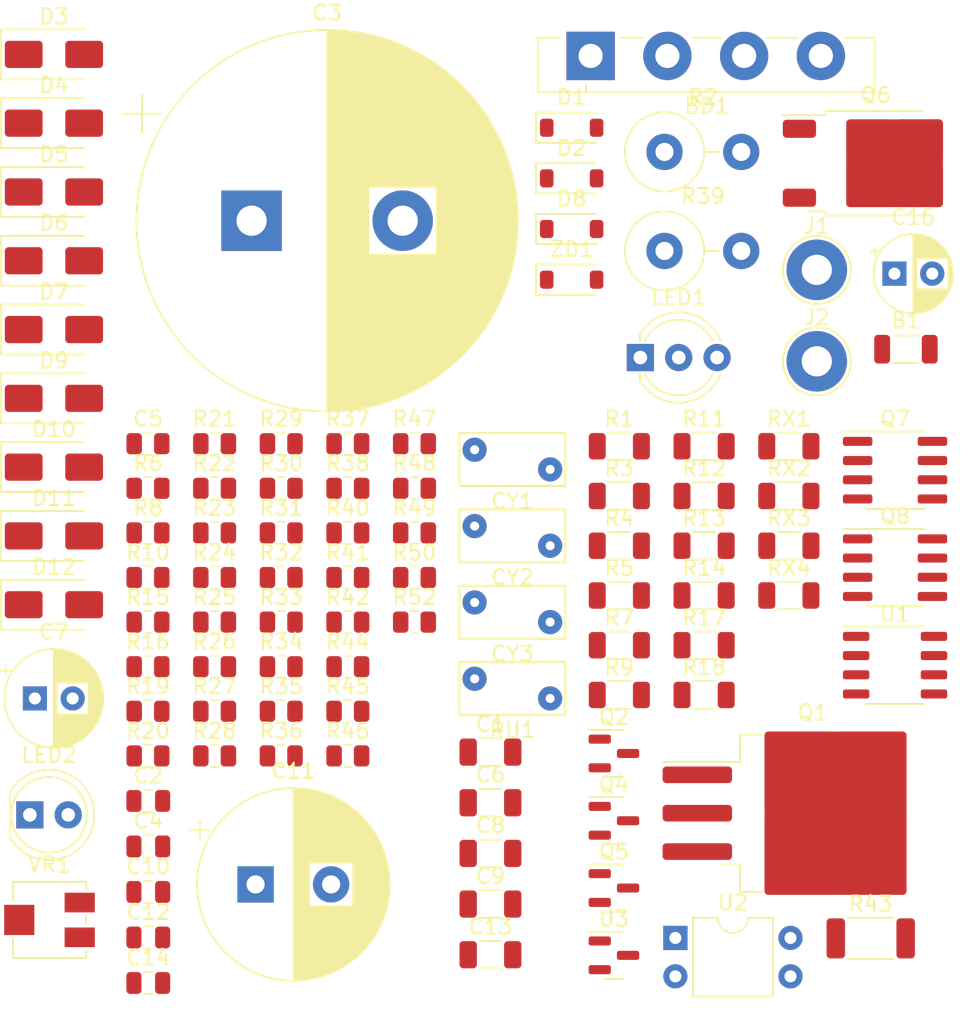
<source format=kicad_pcb>
(kicad_pcb (version 20221018) (generator pcbnew)
  (layers (0 "F.Cu" signal) (31 "B.Cu" signal) (34 "B.Paste" user) (35 "F.Paste" user) (36 "B.SilkS" user "B.Silkscreen") (37 "F.SilkS" user "F.Silkscreen") (38 "B.Mask" user) (39 "F.Mask" user) (44 "Edge.Cuts" user))
  (net 0 "")
  (net 1 "Net-(R19-Pad2)")
  (net 2 "Net-(U3-K)")
  (net 3 "Net-(B1-Pad1)")
  (net 4 "Net-(Q1-S)")
  (net 5 "/V_{FB} 2,48V")
  (net 6 "Net-(D10-A)")
  (net 7 "Net-(C10-Pad1)")
  (net 8 "Net-(J2-Pin_1)")
  (net 9 "Net-(D7-A)")
  (net 10 "Net-(C13-Pad1)")
  (net 11 "Net-(D10-K)")
  (net 12 "Net-(Q6-G)")
  (net 13 "Net-(D8-K)")
  (net 14 "Net-(BD1-+)")
  (net 15 "Net-(D12-A)")
  (net 16 "Net-(LED1-A1)")
  (net 17 "Net-(LED1-A2)")
  (net 18 "Net-(LED2-A)")
  (net 19 "Net-(Q4-C)")
  (net 20 "Net-(Q4-B)")
  (net 21 "Net-(Q5-C)")
  (net 22 "Net-(Q5-B)")
  (net 23 "Net-(Q6-S)")
  (net 24 "Net-(Q7-S-Pad1)")
  (net 25 "Net-(Q7-G)")
  (net 26 "Net-(Q8-D-Pad5)")
  (net 27 "Net-(R21-Pad1)")
  (net 28 "Net-(R25-Pad1)")
  (net 29 "Net-(R26-Pad1)")
  (net 30 "Net-(R30-Pad2)")
  (net 31 "Net-(U1B--)")
  (net 32 "Net-(U1B-+)")
  (net 33 "Net-(U1A-+)")
  (net 34 "Net-(R42-Pad2)")
  (net 35 "Net-(BD1-Pad2)")
  (net 36 "Net-(BD1-Pad3)")
  (net 37 "/GND")
  (net 38 "/VCC")
  (net 39 "/Isense")
  (net 40 "/PRI1+")
  (net 41 "/FB")
  (net 42 "/BP")
  (net 43 "Net-(D2-A)")
  (net 44 "Net-(D4-K)")
  (net 45 "/PRI1-")
  (net 46 "Net-(C9-Pad2)")
  (net 47 "Net-(CY1-Pad1)")
  (net 48 "Net-(CN1-EARTH)")
  (net 49 "Net-(D1-K)")
  (net 50 "Net-(D1-A)")
  (net 51 "Net-(D2-K)")
  (net 52 "/SEC1+")
  (net 53 "Net-(D12-K)")
  (net 54 "Net-(Q2-C)")
  (net 55 "/Gate")
  (net 56 "/OC+")
  (net 57 "Net-(R11-Pad2)")
  (net 58 "Net-(R13-Pad1)")
  (net 59 "/23.7mV")
  (net 60 "Net-(CX1-Pad1)")
  (net 61 "Net-(CN1-AC_N)")
  (net 62 "Net-(RX1-Pad1)")
  (net 63 "Net-(RX3-Pad1)")
  (footprint "Resistor_SMD:R_0805_2012Metric" (layer "F.Cu") (at 111.0675 109.85)
    (fp_text reference "R36" (at 0 -1.65) (layer "F.SilkS"))
    (fp_text value "~")
    (pad "1" smd roundrect (at -0.9125 0) (size 1.025 1.4) (layers "F.Cu" "F.Paste" "F.Mask") (roundrect_rratio 0.243902) (net 19 "Net-(Q4-C)"))
    (pad "2" smd roundrect (at 0.9125 0) (size 1.025 1.4) (layers "F.Cu" "F.Paste" "F.Mask") (roundrect_rratio 0.243902) (net 12 "Net-(Q6-G)"))
  )
  (footprint "Resistor_SMD:R_0805_2012Metric" (layer "F.Cu") (at 106.6575 98.05)
    (fp_text reference "R24" (at 0 -1.65) (layer "F.SilkS"))
    (fp_text value "150k")
    (pad "1" smd roundrect (at -0.9125 0) (size 1.025 1.4) (layers "F.Cu" "F.Paste" "F.Mask") (roundrect_rratio 0.243902) (net 19 "Net-(Q4-C)"))
    (pad "2" smd roundrect (at 0.9125 0) (size 1.025 1.4) (layers "F.Cu" "F.Paste" "F.Mask") (roundrect_rratio 0.243902) (net 5 "/V_{FB} 2,48V"))
  )
  (footprint "Resistor_THT:R_Axial_DIN0516_L15.5mm_D5.0mm_P5.08mm_Vertical" (layer "F.Cu") (at 136.4375 76.45)
    (fp_text reference "R39" (at 2.54 -3.62) (layer "F.SilkS"))
    (fp_text value "0R1")
    (pad "1" thru_hole circle (at 0 0) (size 2.4 2.4) (drill 1.2) (layers "*.Cu" "*.Mask") (net 6 "Net-(D10-A)"))
    (pad "2" thru_hole oval (at 5.08 0) (size 2.4 2.4) (drill 1.2) (layers "*.Cu" "*.Mask") (net 26 "Net-(Q8-D-Pad5)"))
  )
  (footprint "Diode_SMD:D_SMA" (layer "F.Cu") (at 96.0225 72.55)
    (fp_text reference "D5" (at 0 -2.5) (layer "F.SilkS"))
    (fp_text value "SS320B")
    (pad "1" smd roundrect (at -2 0) (size 2.5 1.8) (layers "F.Cu" "F.Paste" "F.Mask") (roundrect_rratio 0.1388888889) (net 11 "Net-(D10-K)"))
    (pad "2" smd roundrect (at 2 0) (size 2.5 1.8) (layers "F.Cu" "F.Paste" "F.Mask") (roundrect_rratio 0.1388888889) (net 6 "Net-(D10-A)"))
  )
  (footprint "Resistor_SMD:R_0805_2012Metric" (layer "F.Cu") (at 102.2475 106.9)
    (fp_text reference "R19" (at 0 -1.65) (layer "F.SilkS"))
    (fp_text value "4k7")
    (pad "1" smd roundrect (at -0.9125 0) (size 1.025 1.4) (layers "F.Cu" "F.Paste" "F.Mask") (roundrect_rratio 0.243902) (net 12 "Net-(Q6-G)"))
    (pad "2" smd roundrect (at 0.9125 0) (size 1.025 1.4) (layers "F.Cu" "F.Paste" "F.Mask") (roundrect_rratio 0.243902) (net 1 "Net-(R19-Pad2)"))
  )
  (footprint "Resistor_SMD:R_0805_2012Metric" (layer "F.Cu") (at 119.8875 98.05)
    (fp_text reference "R50" (at 0 -1.65) (layer "F.SilkS"))
    (fp_text value "220k")
    (pad "1" smd roundrect (at -0.9125 0) (size 1.025 1.4) (layers "F.Cu" "F.Paste" "F.Mask") (roundrect_rratio 0.243902) (net 38 "/VCC"))
    (pad "2" smd roundrect (at 0.9125 0) (size 1.025 1.4) (layers "F.Cu" "F.Paste" "F.Mask") (roundrect_rratio 0.243902) (net 41 "/FB"))
  )
  (footprint "Resistor_SMD:R_0805_2012Metric" (layer "F.Cu") (at 106.6575 89.2)
    (fp_text reference "R21" (at 0 -1.65) (layer "F.SilkS"))
    (fp_text value "9k1")
    (pad "1" smd roundrect (at -0.9125 0) (size 1.025 1.4) (layers "F.Cu" "F.Paste" "F.Mask") (roundrect_rratio 0.243902) (net 27 "Net-(R21-Pad1)"))
    (pad "2" smd roundrect (at 0.9125 0) (size 1.025 1.4) (layers "F.Cu" "F.Paste" "F.Mask") (roundrect_rratio 0.243902) (net 6 "Net-(D10-A)"))
  )
  (footprint "Resistor_SMD:R_0805_2012Metric" (layer "F.Cu") (at 106.6575 106.9)
    (fp_text reference "R27" (at 0 -1.65) (layer "F.SilkS"))
    (fp_text value "51R")
    (pad "1" smd roundrect (at -0.9125 0) (size 1.025 1.4) (layers "F.Cu" "F.Paste" "F.Mask") (roundrect_rratio 0.243902) (net 29 "Net-(R26-Pad1)"))
    (pad "2" smd roundrect (at 0.9125 0) (size 1.025 1.4) (layers "F.Cu" "F.Paste" "F.Mask") (roundrect_rratio 0.243902) (net 10 "Net-(C13-Pad1)"))
  )
  (footprint "Resistor_SMD:R_1206_3216Metric" (layer "F.Cu") (at 139.0575 105.82)
    (fp_text reference "R18" (at 0 -1.82) (layer "F.SilkS"))
    (fp_text value "470k")
    (pad "1" smd roundrect (at -1.4625 0) (size 1.125 1.75) (layers "F.Cu" "F.Paste" "F.Mask") (roundrect_rratio 0.222222) (net 57 "Net-(R11-Pad2)"))
    (pad "2" smd roundrect (at 1.4625 0) (size 1.125 1.75) (layers "F.Cu" "F.Paste" "F.Mask") (roundrect_rratio 0.222222) (net 38 "/VCC"))
  )
  (footprint "Capacitor_THT:CP_Radial_D5.0mm_P2.50mm" (layer "F.Cu") (at 151.657275 77.95)
    (fp_text reference "C16" (at 1.25 -3.75) (layer "F.SilkS"))
    (fp_text value "10µF")
    (pad "1" thru_hole rect (at 0 0) (size 1.6 1.6) (drill 0.8) (layers "*.Cu" "*.Mask") (net 8 "Net-(J2-Pin_1)"))
    (pad "2" thru_hole circle (at 2.5 0) (size 1.6 1.6) (drill 0.8) (layers "*.Cu" "*.Mask") (net 9 "Net-(D7-A)"))
  )
  (footprint "Resistor_SMD:R_0805_2012Metric" (layer "F.Cu") (at 115.4775 95.1)
    (fp_text reference "R40" (at 0 -1.65) (layer "F.SilkS"))
    (fp_text value "68k")
    (pad "1" smd roundrect (at -0.9125 0) (size 1.025 1.4) (layers "F.Cu" "F.Paste" "F.Mask") (roundrect_rratio 0.243902) (net 32 "Net-(U1B-+)"))
    (pad "2" smd roundrect (at 0.9125 0) (size 1.025 1.4) (layers "F.Cu" "F.Paste" "F.Mask") (roundrect_rratio 0.243902) (net 12 "Net-(Q6-G)"))
  )
  (footprint "Resistor_SMD:R_0805_2012Metric" (layer "F.Cu") (at 102.2475 101)
    (fp_text reference "R15" (at 0 -1.65) (layer "F.SilkS"))
    (fp_text value "20k")
    (pad "1" smd roundrect (at -0.9125 0) (size 1.025 1.4) (layers "F.Cu" "F.Paste" "F.Mask") (roundrect_rratio 0.243902) (net 52 "/SEC1+"))
    (pad "2" smd roundrect (at 0.9125 0) (size 1.025 1.4) (layers "F.Cu" "F.Paste" "F.Mask") (roundrect_rratio 0.243902) (net 41 "/FB"))
  )
  (footprint "Capacitor_THT:CP_Radial_D25.0mm_P10.00mm_SnapIn" (layer "F.Cu") (at 109.106759 74.45)
    (fp_text reference "C3" (at 5 -13.75) (layer "F.SilkS"))
    (fp_text value "180µF")
    (pad "1" thru_hole rect (at 0 0) (size 4 4) (drill 2) (layers "*.Cu" "*.Mask") (net 40 "/PRI1+"))
    (pad "2" thru_hole circle (at 10 0) (size 4 4) (drill 2) (layers "*.Cu" "*.Mask") (net 37 "/GND"))
  )
  (footprint "Resistor_SMD:R_1206_3216Metric" (layer "F.Cu") (at 139.0575 92.66)
    (fp_text reference "R12" (at 0 -1.82) (layer "F.SilkS"))
    (fp_text value "100R")
    (pad "1" smd roundrect (at -1.4625 0) (size 1.125 1.75) (layers "F.Cu" "F.Paste" "F.Mask") (roundrect_rratio 0.222222) (net 44 "Net-(D4-K)"))
    (pad "2" smd roundrect (at 1.4625 0) (size 1.125 1.75) (layers "F.Cu" "F.Paste" "F.Mask") (roundrect_rratio 0.222222) (net 46 "Net-(C9-Pad2)"))
  )
  (footprint "Resistor_SMD:R_0805_2012Metric" (layer "F.Cu") (at 111.0675 106.9)
    (fp_text reference "R35" (at 0 -1.65) (layer "F.SilkS"))
    (fp_text value "4k7")
    (pad "1" smd roundrect (at -0.9125 0) (size 1.025 1.4) (layers "F.Cu" "F.Paste" "F.Mask") (roundrect_rratio 0.243902) (net 19 "Net-(Q4-C)"))
    (pad "2" smd roundrect (at 0.9125 0) (size 1.025 1.4) (layers "F.Cu" "F.Paste" "F.Mask") (roundrect_rratio 0.243902) (net 12 "Net-(Q6-G)"))
  )
  (footprint "Capacitor_SMD:C_1206_3216Metric" (layer "F.Cu") (at 124.9175 123)
    (fp_text reference "C13" (at 0 -1.85) (layer "F.SilkS"))
    (fp_text value "~")
    (pad "1" smd roundrect (at -1.475 0) (size 1.15 1.8) (layers "F.Cu" "F.Paste" "F.Mask") (roundrect_rratio 0.217391) (net 10 "Net-(C13-Pad1)"))
    (pad "2" smd roundrect (at 1.475 0) (size 1.15 1.8) (layers "F.Cu" "F.Paste" "F.Mask") (roundrect_rratio 0.217391) (net 11 "Net-(D10-K)"))
  )
  (footprint "Diode_SMD:D_SMA" (layer "F.Cu") (at 96.0225 90.75)
    (fp_text reference "D10" (at 0 -2.5) (layer "F.SilkS"))
    (fp_text value "SS320B")
    (pad "1" smd roundrect (at -2 0) (size 2.5 1.8) (layers "F.Cu" "F.Paste" "F.Mask") (roundrect_rratio 0.1388888889) (net 11 "Net-(D10-K)"))
    (pad "2" smd roundrect (at 2 0) (size 2.5 1.8) (layers "F.Cu" "F.Paste" "F.Mask") (roundrect_rratio 0.1388888889) (net 6 "Net-(D10-A)"))
  )
  (footprint "Varistor:RV_Disc_D7mm_W3.5mm_P5mm" (layer "F.Cu") (at 123.8675 99.7)
    (fp_text reference "CY3" (at 2.5 3.4) (layer "F.SilkS"))
    (fp_text value "Varistor")
    (pad "1" thru_hole circle (at 0 0) (size 1.6 1.6) (drill 0.6) (layers "*.Cu" "*.Mask") (net 14 "Net-(BD1-+)"))
    (pad "2" thru_hole circle (at 5 1.3) (size 1.6 1.6) (drill 0.6) (layers "*.Cu" "*.Mask") (net 48 "Net-(CN1-EARTH)"))
  )
  (footprint "Resistor_SMD:R_1206_3216Metric" (layer "F.Cu") (at 144.6675 89.37)
    (fp_text reference "RX1" (at 0 -1.82) (layer "F.SilkS"))
    (fp_text value "470k")
    (pad "1" smd roundrect (at -1.4625 0) (size 1.125 1.75) (layers "F.Cu" "F.Paste" "F.Mask") (roundrect_rratio 0.222222) (net 62 "Net-(RX1-Pad1)"))
    (pad "2" smd roundrect (at 1.4625 0) (size 1.125 1.75) (layers "F.Cu" "F.Paste" "F.Mask") (roundrect_rratio 0.222222) (net 61 "Net-(CN1-AC_N)"))
  )
  (footprint "Diode_SMD:D_SMA" (layer "F.Cu") (at 96.0225 95.3)
    (fp_text reference "D11" (at 0 -2.5) (layer "F.SilkS"))
    (fp_text value "SS320B")
    (pad "1" smd roundrect (at -2 0) (size 2.5 1.8) (layers "F.Cu" "F.Paste" "F.Mask") (roundrect_rratio 0.1388888889) (net 11 "Net-(D10-K)"))
    (pad "2" smd roundrect (at 2 0) (size 2.5 1.8) (layers "F.Cu" "F.Paste" "F.Mask") (roundrect_rratio 0.1388888889) (net 6 "Net-(D10-A)"))
  )
  (footprint "Resistor_SMD:R_0805_2012Metric" (layer "F.Cu") (at 102.2475 98.05)
    (fp_text reference "R10" (at 0 -1.65) (layer "F.SilkS"))
    (fp_text value "91k")
    (pad "1" smd roundrect (at -0.9125 0) (size 1.025 1.4) (layers "F.Cu" "F.Paste" "F.Mask") (roundrect_rratio 0.243902) (net 43 "Net-(D2-A)"))
    (pad "2" smd roundrect (at 0.9125 0) (size 1.025 1.4) (layers "F.Cu" "F.Paste" "F.Mask") (roundrect_rratio 0.243902) (net 56 "/OC+"))
  )
  (footprint "Capacitor_SMD:C_1206_3216Metric" (layer "F.Cu") (at 124.9175 109.6)
    (fp_text reference "C1" (at 0 -1.85) (layer "F.SilkS"))
    (fp_text value "~")
    (pad "1" smd roundrect (at -1.475 0) (size 1.15 1.8) (layers "F.Cu" "F.Paste" "F.Mask") (roundrect_rratio 0.217391) (net 38 "/VCC"))
    (pad "2" smd roundrect (at 1.475 0) (size 1.15 1.8) (layers "F.Cu" "F.Paste" "F.Mask") (roundrect_rratio 0.217391) (net 37 "/GND"))
  )
  (footprint "Package_DIP:DIP-4_W7.62mm" (layer "F.Cu") (at 137.1575 121.89)
    (fp_text reference "U2" (at 3.81 -2.33) (layer "F.SilkS"))
    (fp_text value "BL817C")
    (pad "1" thru_hole rect (at 0 0) (size 1.6 1.6) (drill 0.8) (layers "*.Cu" "*.Mask") (net 1 "Net-(R19-Pad2)"))
    (pad "2" thru_hole oval (at 0 2.54) (size 1.6 1.6) (drill 0.8) (layers "*.Cu" "*.Mask") (net 2 "Net-(U3-K)"))
    (pad "3" thru_hole oval (at 7.62 2.54) (size 1.6 1.6) (drill 0.8) (layers "*.Cu" "*.Mask") (net 41 "/FB"))
    (pad "4" thru_hole oval (at 7.62 0) (size 1.6 1.6) (drill 0.8) (layers "*.Cu" "*.Mask") (net 56 "/OC+"))
  )
  (footprint "Resistor_SMD:R_2010_5025Metric" (layer "F.Cu") (at 150.0875 121.92)
    (fp_text reference "R43" (at 0 -2.28) (layer "F.SilkS"))
    (fp_text value "220R")
    (pad "1" smd roundrect (at -2.3125 0) (size 1.225 2.65) (layers "F.Cu" "F.Paste" "F.Mask") (roundrect_rratio 0.204082) (net 23 "Net-(Q6-S)"))
    (pad "2" smd roundrect (at 2.3125 0) (size 1.225 2.65) (layers "F.Cu" "F.Paste" "F.Mask") (roundrect_rratio 0.204082) (net 34 "Net-(R42-Pad2)"))
  )
  (footprint "Capacitor_SMD:C_1206_3216Metric" (layer "F.Cu") (at 124.9175 119.65)
    (fp_text reference "C9" (at 0 -1.85) (layer "F.SilkS"))
    (fp_text value "~")
    (pad "1" smd roundrect (at -1.475 0) (size 1.15 1.8) (layers "F.Cu" "F.Paste" "F.Mask") (roundrect_rratio 0.217391) (net 40 "/PRI1+"))
    (pad "2" smd roundrect (at 1.475 0) (size 1.15 1.8) (layers "F.Cu" "F.Paste" "F.Mask") (roundrect_rratio 0.217391) (net 46 "Net-(C9-Pad2)"))
  )
  (footprint "Resistor_SMD:R_1206_3216Metric" (layer "F.Cu") (at 133.4475 95.95)
    (fp_text reference "R4" (at 0 -1.82) (layer "F.SilkS"))
    (fp_text value "~")
    (pad "1" smd roundrect (at -1.4625 0) (size 1.125 1.75) (layers "F.Cu" "F.Paste" "F.Mask") (roundrect_rratio 0.222222) (net 37 "/GND"))
    (pad "2" smd roundrect (at 1.4625 0) (size 1.125 1.75) (layers "F.Cu" "F.Paste" "F.Mask") (roundrect_rratio 0.222222) (net 3 "Net-(B1-Pad1)"))
  )
  (footprint "Resistor_SMD:R_1206_3216Metric" (layer "F.Cu") (at 139.0575 95.95)
    (fp_text reference "R13" (at 0 -1.82) (layer "F.SilkS"))
    (fp_text value "?23")
    (pad "1" smd roundrect (at -1.4625 0) (size 1.125 1.75) (layers "F.Cu" "F.Paste" "F.Mask") (roundrect_rratio 0.222222) (net 58 "Net-(R13-Pad1)"))
    (pad "2" smd roundrect (at 1.4625 0) (size 1.125 1.75) (layers "F.Cu" "F.Paste" "F.Mask") (roundrect_rratio 0.222222) (net 40 "/PRI1+"))
  )
  (footprint "Resistor_SMD:R_0805_2012Metric" (layer "F.Cu") (at 102.2475 95.1)
    (fp_text reference "R8" (at 0 -1.65) (layer "F.SilkS"))
    (fp_text value "2k2")
    (pad "1" smd roundrect (at -0.9125 0) (size 1.025 1.4) (layers "F.Cu" "F.Paste" "F.Mask") (roundrect_rratio 0.243902) (net 41 "/FB"))
    (pad "2" smd roundrect (at 0.9125 0) (size 1.025 1.4) (layers "F.Cu" "F.Paste" "F.Mask") (roundrect_rratio 0.243902) (net 37 "/GND"))
  )
  (footprint "Resistor_SMD:R_1206_3216Metric" (layer "F.Cu") (at 133.4475 102.53)
    (fp_text reference "R7" (at 0 -1.82) (layer "F.SilkS"))
    (fp_text value "1k")
    (pad "1" smd roundrect (at -1.4625 0) (size 1.125 1.75) (layers "F.Cu" "F.Paste" "F.Mask") (roundrect_rratio 0.222222) (net 55 "/Gate"))
    (pad "2" smd roundrect (at 1.4625 0) (size 1.125 1.75) (layers "F.Cu" "F.Paste" "F.Mask") (roundrect_rratio 0.222222) (net 50 "Net-(D1-A)"))
  )
  (footprint "Resistor_SMD:R_1206_3216Metric" (layer "F.Cu") (at 144.6675 99.24)
    (fp_text reference "RX4" (at 0 -1.82) (layer "F.SilkS"))
    (fp_text value "470k")
    (pad "1" smd roundrect (at -1.4625 0) (size 1.125 1.75) (layers "F.Cu" "F.Paste" "F.Mask") (roundrect_rratio 0.222222) (net 60 "Net-(CX1-Pad1)"))
    (pad "2" smd roundrect (at 1.4625 0) (size 1.125 1.75) (layers "F.Cu" "F.Paste" "F.Mask") (roundrect_rratio 0.222222) (net 63 "Net-(RX3-Pad1)"))
  )
  (footprint "Resistor_SMD:R_1206_3216Metric" (layer "F.Cu") (at 133.4475 89.37)
    (fp_text reference "R1" (at 0 -1.82) (layer "F.SilkS"))
    (fp_text value "300R")
    (pad "1" smd roundrect (at -1.4625 0) (size 1.125 1.75) (layers "F.Cu" "F.Paste" "F.Mask") (roundrect_rratio 0.222222) (net 54 "Net-(Q2-C)"))
    (pad "2" smd roundrect (at 1.4625 0) (size 1.125 1.75) (layers "F.Cu" "F.Paste" "F.Mask") (roundrect_rratio 0.222222) (net 37 "/GND"))
  )
  (footprint "Package_TO_SOT_SMD:SOT-23" (layer "F.Cu") (at 133.0875 123.04)
    (fp_text reference "U3" (at 0 -2.4) (layer "F.SilkS"))
    (fp_text value "AZ431AN-ATR")
    (pad "1" smd roundrect (at -0.9375 -0.95) (size 1.475 0.6) (layers "F.Cu" "F.Paste" "F.Mask") (net 2 "Net-(U3-K)"))
    (pad "2" smd roundrect (at -0.9375 0.95) (size 1.475 0.6) (layers "F.Cu" "F.Paste" "F.Mask") (net 5 "/V_{FB} 2,48V"))
    (pad "3" smd roundrect (at 0.9375 0) (size 1.475 0.6) (layers "F.Cu" "F.Paste" "F.Mask") (net 6 "Net-(D10-A)"))
  )
  (footprint "Capacitor_THT:CP_Radial_D6.3mm_P2.50mm" (layer "F.Cu") (at 94.762741 106.05)
    (fp_text reference "C7" (at 1.25 -4.4) (layer "F.SilkS"))
    (fp_text value "47µF")
    (pad "1" thru_hole rect (at 0 0) (size 1.6 1.6) (drill 0.8) (layers "*.Cu" "*.Mask") (net 43 "Net-(D2-A)"))
    (pad "2" thru_hole circle (at 2.5 0) (size 1.6 1.6) (drill 0.8) (layers "*.Cu" "*.Mask") (net 37 "/GND"))
  )
  (footprint "Resistor_THT:R_Axial_DIN0516_L15.5mm_D5.0mm_P5.08mm_Vertical" (layer "F.Cu") (at 136.4375 69.9)
    (fp_text reference "R2" (at 2.54 -3.62) (layer "F.SilkS"))
    (fp_text value "0R33")
    (pad "1" thru_hole circle (at 0 0) (size 2.4 2.4) (drill 1.2) (layers "*.Cu" "*.Mask") (net 37 "/GND"))
    (pad "2" thru_hole oval (at 5.08 0) (size 2.4 2.4) (drill 1.2) (layers "*.Cu" "*.Mask") (net 3 "Net-(B1-Pad1)"))
  )
  (footprint "LED_THT:LED_D5.0mm-3" (layer "F.Cu") (at 134.8375 83.5)
    (fp_text reference "LED1" (at 2.54 -3.96) (layer "F.SilkS"))
    (fp_text value "1:RED 3:GRN")
    (pad "1" thru_hole rect (at 0 0) (size 1.8 1.8) (drill 0.9) (layers "*.Cu" "*.Mask") (net 16 "Net-(LED1-A1)"))
    (pad "2" thru_hole circle (at 2.54 0) (size 1.8 1.8) (drill 0.9) (layers "*.Cu" "*.Mask") (net 6 "Net-(D10-A)"))
    (pad "3" thru_hole circle (at 5.08 0) (size 1.8 1.8) (drill 0.9) (layers "*.Cu" "*.Mask") (net 17 "Net-(LED1-A2)"))
  )
  (footprint "Diode_SMD:D_SOD-123" (layer "F.Cu") (at 130.2925 68.3)
    (fp_text reference "D1" (at 0 -2) (layer "F.SilkS"))
    (fp_text value "?")
    (pad "1" smd roundrect (at -1.65 0) (size 0.9 1.2) (layers "F.Cu" "F.Paste" "F.Mask") (net 49 "Net-(D1-K)"))
    (pad "2" smd roundrect (at 1.65 0) (size 0.9 1.2) (layers "F.Cu" "F.Paste" "F.Mask") (net 50 "Net-(D1-A)"))
  )
  (footprint "LED_THT:LED_D5.0mm_Clear" (layer "F.Cu") (at 94.4275 113.75)
    (fp_text reference "LED2" (at 1.27 -3.96) (layer "F.SilkS"))
    (fp_text value "RED")
    (pad "1" thru_hole rect (at 0 0) (size 1.8 1.8) (drill 0.9) (layers "*.Cu" "*.Mask") (net 9 "Net-(D7-A)"))
    (pad "2" thru_hole circle (at 2.54 0) (size 1.8 1.8) (drill 0.9) (layers "*.Cu" "*.Mask") (net 18 "Net-(LED2-A)"))
  )
  (footprint "Varistor:RV_Disc_D7mm_W3.5mm_P5mm" (layer "F.Cu") (at 123.8675 104.75)
    (fp_text reference "RU1" (at 2.5 3.4) (layer "F.SilkS"))
    (fp_text value "Varistor")
    (pad "1" thru_hole circle (at 0 0) (size 1.6 1.6) (drill 0.6) (layers "*.Cu" "*.Mask") (net 60 "Net-(CX1-Pad1)"))
    (pad "2" thru_hole circle (at 5 1.3) (size 1.6 1.6) (drill 0.6) (layers "*.Cu" "*.Mask") (net 61 "Net-(CN1-AC_N)"))
  )
  (footprint "Resistor_SMD:R_0805_2012Metric" (layer "F.Cu") (at 106.6575 109.85)
    (fp_text reference "R28" (at 0 -1.65) (layer "F.SilkS"))
    (fp_text value "20k")
    (pad "1" smd roundrect (at -0.9125 0) (size 1.025 1.4) (layers "F.Cu" "F.Paste" "F.Mask") (roundrect_rratio 0.243902) (net 28 "Net-(R25-Pad1)"))
    (pad "2" smd roundrect (at 0.9125 0) (size 1.025 1.4) (layers "F.Cu" "F.Paste" "F.Mask") (roundrect_rratio 0.243902) (net 13 "Net-(D8-K)"))
  )
  (footprint "Resistor_SMD:R_0805_2012Metric" (layer "F.Cu") (at 102.2475 109.85)
    (fp_text reference "R20" (at 0 -1.65) (layer "F.SilkS"))
    (fp_text value "4k7")
    (pad "1" smd roundrect (at -0.9125 0) (size 1.025 1.4) (layers "F.Cu" "F.Paste" "F.Mask") (roundrect_rratio 0.243902) (net 2 "Net-(U3-K)"))
    (pad "2" smd roundrect (at 0.9125 0) (size 1.025 1.4) (layers "F.Cu" "F.Paste" "F.Mask") (roundrect_rratio 0.243902) (net 7 "Net-(C10-Pad1)"))
  )
  (footprint "Diode_SMD:D_SMA" (layer "F.Cu") (at 96.0225 68)
    (fp_text reference "D4" (at 0 -2.5) (layer "F.SilkS"))
    (fp_text value "M7")
    (pad "1" smd roundrect (at -2 0) (size 2.5 1.8) (layers "F.Cu" "F.Paste" "F.Mask") (roundrect_rratio 0.1388888889) (net 44 "Net-(D4-K)"))
    (pad "2" smd roundrect (at 2 0) (size 2.5 1.8) (layers "F.Cu" "F.Paste" "F.Mask") (roundrect_rratio 0.1388888889) (net 45 "/PRI1-"))
  )
  (footprint "Resistor_SMD:R_0805_2012Metric" (layer "F.Cu") (at 115.4775 98.05)
    (fp_text reference "R41" (at 0 -1.65) (layer "F.SilkS"))
    (fp_text value "91k")
    (pad "1" smd roundrect (at -0.9125 0) (size 1.025 1.4) (layers "F.Cu" "F.Paste" "F.Mask") (roundrect_rratio 0.243902) (net 22 "Net-(Q5-B)"))
    (pad "2" smd roundrect (at 0.9125 0) (size 1.025 1.4) (layers "F.Cu" "F.Paste" "F.Mask") (roundrect_rratio 0.243902) (net 53 "Net-(D12-K)"))
  )
  (footprint "Diode_SMD:D_SMA" (layer "F.Cu") (at 96.0225 63.45)
    (fp_text reference "D3" (at 0 -2.5) (layer "F.SilkS"))
    (fp_text value "M7")
    (pad "1" smd roundrect (at -2 0) (size 2.5 1.8) (layers "F.Cu" "F.Paste" "F.Mask") (roundrect_rratio 0.1388888889) (net 43 "Net-(D2-A)"))
    (pad "2" smd roundrect (at 2 0) (size 2.5 1.8) (layers "F.Cu" "F.Paste" "F.Mask") (roundrect_rratio 0.1388888889) (net 52 "/SEC1+"))
  )
  (footprint "Resistor_SMD:R_1206_3216Metric" (layer "F.Cu") (at 144.6675 92.66)
    (fp_text reference "RX2" (at 0 -1.82) (layer "F.SilkS"))
    (fp_text value "470k")
    (pad "1" smd roundrect (at -1.4625 0) (size 1.125 1.75) (layers "F.Cu" "F.Paste" "F.Mask") (roundrect_rratio 0.222222) (net 60 "Net-(CX1-Pad1)"))
    (pad "2" smd roundrect (at 1.4625 0) (size 1.125 1.75) (layers "F.Cu" "F.Paste" "F.Mask") (roundrect_rratio 0.222222) (net 62 "Net-(RX1-Pad1)"))
  )
  (footprint "Package_SO:SOIC-8_3.9x4.9mm_P1.27mm" (layer "F.Cu") (at 151.6975 97.4)
    (fp_text reference "Q8" (at 0 -3.4) (layer "F.SilkS"))
    (fp_text value "NCE1505S")
    (pad "1" smd roundrect (at -2.475 -1.905) (size 1.95 0.6) (layers "F.Cu" "F.Paste" "F.Mask") (net 24 "Net-(Q7-S-Pad1)"))
    (pad "2" smd roundrect (at -2.475 -0.635) (size 1.95 0.6) (layers "F.Cu" "F.Paste" "F.Mask") (net 24 "Net-(Q7-S-Pad1)"))
    (pad "3" smd roundrect (at -2.475 0.635) (size 1.95 0.6) (layers "F.Cu" "F.Paste" "F.Mask") (net 24 "Net-(Q7-S-Pad1)"))
    (pad "4" smd roundrect (at -2.475 1.905) (size 1.95 0.6) (layers "F.Cu" "F.Paste" "F.Mask") (net 25 "Net-(Q7-G)"))
    (pad "5" smd roundrect (at 2.475 1.905) (size 1.95 0.6) (layers "F.Cu" "F.Paste" "F.Mask") (net 26 "Net-(Q8-D-Pad5)"))
    (pad "6" smd roundrect (at 2.475 0.635) (size 1.95 0.6) (layers "F.Cu" "F.Paste" "F.Mask") (net 26 "Net-(Q8-D-Pad5)"))
    (pad "7" smd roundrect (at 2.475 -0.635) (size 1.95 0.6) (layers "F.Cu" "F.Paste" "F.Mask") (net 26 "Net-(Q8-D-Pad5)"))
    (pad "8" smd roundrect (at 2.475 -1.905) (size 1.95 0.6) (layers "F.Cu" "F.Paste" "F.Mask") (net 26 "Net-(Q8-D-Pad5)"))
  )
  (footprint "Package_TO_SOT_SMD:TO-252-2" (layer "F.Cu") (at 150.4075 70.65)
    (fp_text reference "Q6" (at 0 -4.5) (layer "F.SilkS"))
    (fp_text value "CS1N60")
    (pad "1" smd roundrect (at -5.04 -2.28) (size 2.2 1.2) (layers "F.Cu" "F.Paste" "F.Mask") (roundrect_rratio 0.208333) (net 53 "Net-(D12-K)"))
    (pad "2" smd roundrect (at -0.415 -1.525) (size 3.05 2.75) (layers "F.Cu" "F.Paste") (roundrect_rratio 0.090909) (net 12 "Net-(Q6-G)"))
    (pad "2" smd roundrect (at -0.415 1.525) (size 3.05 2.75) (layers "F.Cu" "F.Paste") (roundrect_rratio 0.090909) (net 12 "Net-(Q6-G)"))
    (pad "2" smd roundrect (at 1.26 0) (size 6.4 5.8) (layers "F.Cu" "F.Mask") (roundrect_rratio 0.043103) (net 12 "Net-(Q6-G)"))
    (pad "2" smd roundrect (at 2.935 -1.525) (size 3.05 2.75) (layers "F.Cu" "F.Paste") (roundrect_rratio 0.090909) (net 12 "Net-(Q6-G)"))
    (pad "2" smd roundrect (at 2.935 1.525) (size 3.05 2.75) (layers "F.Cu" "F.Paste") (roundrect_rratio 0.090909) (net 12 "Net-(Q6-G)"))
    (pad "3" smd roundrect (at -5.04 2.28) (size 2.2 1.2) (layers "F.Cu" "F.Paste" "F.Mask") (roundrect_rratio 0.208333) (net 23 "Net-(Q6-S)"))
  )
  (footprint "Varistor:RV_Disc_D7mm_W3.5mm_P5mm" (layer "F.Cu") (at 123.8675 94.65)
    (fp_text reference "CY2" (at 2.5 3.4) (layer "F.SilkS"))
    (fp_text value "Varistor")
    (pad "1" thru_hole circle (at 0 0) (size 1.6 1.6) (drill 0.6) (layers "*.Cu" "*.Mask") (net 40 "/PRI1+"))
    (pad "2" thru_hole circle (at 5 1.3) (size 1.6 1.6) (drill 0.6) (layers "*.Cu" "*.Mask") (net 47 "Net-(CY1-Pad1)"))
  )
  (footprint "Package_TO_SOT_SMD:SOT-23" (layer "F.Cu") (at 133.0875 118.59)
    (fp_text reference "Q5" (at 0 -2.4) (layer "F.SilkS"))
    (fp_text value "2D")
    (pad "1" smd roundrect (at -0.9375 -0.95) (size 1.475 0.6) (layers "F.Cu" "F.Paste" "F.Mask") (net 21 "Net-(Q5-C)"))
    (pad "2" smd roundrect (at -0.9375 0.95) (size 1.475 0.6) (layers "F.Cu" "F.Paste" "F.Mask") (net 22 "Net-(Q5-B)"))
    (pad "3" smd roundrect (at 0.9375 0) (size 1.475 0.6) (layers "F.Cu" "F.Paste" "F.Mask") (net 19 "Net-(Q4-C)"))
  )
  (footprint "Capacitor_SMD:C_0805_2012Metric" (layer "F.Cu") (at 102.2675 112.83)
    (fp_text reference "C2" (at 0 -1.68) (layer "F.SilkS"))
    (fp_text value "~")
    (pad "1" smd roundrect (at -0.95 0) (size 1 1.45) (layers "F.Cu" "F.Paste" "F.Mask") (net 39 "/Isense"))
    (pad "2" smd roundrect (at 0.95 0) (size 1 1.45) (layers "F.Cu" "F.Paste" "F.Mask") (net 37 "/GND"))
  )
  (footprint "TestPoint:TestPoint_THTPad_D4.0mm_Drill2.0mm" (layer "F.Cu") (at 146.5175 83.75)
    (fp_text reference "J2" (at 0 -2.898) (layer "F.SilkS"))
    (fp_text value "B+")
    (pad "1" thru_hole circle (at 0 0) (size 4 4) (drill 2) (layers "*.Cu" "*.Mask") (net 8 "Net-(J2-Pin_1)"))
  )
  (footprint "Resistor_SMD:R_1206_3216Metric" (layer "F.Cu") (at 133.4475 92.66)
    (fp_text reference "R3" (at 0 -1.82) (layer "F.SilkS"))
    (fp_text value "~")
    (pad "1" smd roundrect (at -1.4625 0) (size 1.125 1.75) (layers "F.Cu" "F.Paste" "F.Mask") (roundrect_rratio 0.222222) (net 37 "/GND"))
    (pad "2" smd roundrect (at 1.4625 0) (size 1.125 1.75) (layers "F.Cu" "F.Paste" "F.Mask") (roundrect_rratio 0.222222) (net 3 "Net-(B1-Pad1)"))
  )
  (footprint "Resistor_SMD:R_0805_2012Metric" (layer "F.Cu") (at 119.8875 101)
    (fp_text reference "R52" (at 0 -1.65) (layer "F.SilkS"))
    (fp_text value "2k2")
    (pad "1" smd roundrect (at -0.9125 0) (size 1.025 1.4) (layers "F.Cu" "F.Paste" "F.Mask") (roundrect_rratio 0.243902) (net 2 "Net-(U3-K)"))
    (pad "2" smd roundrect (at 0.9125 0) (size 1.025 1.4) (layers "F.Cu" "F.Paste" "F.Mask") (roundrect_rratio 0.243902) (net 1 "Net-(R19-Pad2)"))
  )
  (footprint "Capacitor_SMD:C_0805_2012Metric" (layer "F.Cu") (at 102.2675 124.87)
    (fp_text reference "C14" (at 0 -1.68) (layer "F.SilkS"))
    (fp_text value "~")
    (pad "1" smd roundrect (at -0.95 0) (size 1 1.45) (layers "F.Cu" "F.Paste" "F.Mask") (net 9 "Net-(D7-A)"))
    (pad "2" smd roundrect (at 0.95 0) (size 1 1.45) (layers "F.Cu" "F.Paste" "F.Mask") (net 12 "Net-(Q6-G)"))
  )
  (footprint "Package_TO_SOT_SMD:SOT-23" (layer "F.Cu") (at 133.0875 109.69)
    (fp_text reference "Q2" (at 0 -2.4) (layer "F.SilkS"))
    (fp_text value "Y21")
    (pad "1" smd roundrect (at -0.9375 -0.95) (size 1.475 0.6) (layers "F.Cu" "F.Paste" "F.Mask") (net 54 "Net-(Q2-C)"))
    (pad "2" smd roundrect (at -0.9375 0.95) (size 1.475 0.6) (layers "F.Cu" "F.Paste" "F.Mask") (net 50 "Net-(D1-A)"))
    (pad "3" smd roundrect (at 0.9375 0) (size 1.475 0.6) (layers "F.Cu" "F.Paste" "F.Mask") (net 49 "Net-(D1-K)"))
  )
  (footprint "Resistor_SMD:R_0805_2012Metric" (layer "F.Cu") (at 106.6575 95.1)
    (fp_text reference "R23" (at 0 -1.65) (layer "F.SilkS"))
    (fp_text value "2M")
    (pad "1" smd roundrect (at -0.9125 0) (size 1.025 1.4) (layers "F.Cu" "F.Paste" "F.Mask") (roundrect_rratio 0.243902) (net 5 "/V_{FB} 2,48V"))
    (pad "2" smd roundrect (at 0.9125 0) (size 1.025 1.4) (layers "F.Cu" "F.Paste" "F.Mask") (roundrect_rratio 0.243902) (net 17 "Net-(LED1-A2)"))
  )
  (footprint "Resistor_SMD:R_0805_2012Metric" (layer "F.Cu") (at 111.0675 89.2)
    (fp_text reference "R29" (at 0 -1.65) (layer "F.SilkS"))
    (fp_text value "20k")
    (pad "1" smd roundrect (at -0.9125 0) (size 1.025 1.4) (layers "F.Cu" "F.Paste" "F.Mask") (roundrect_rratio 0.243902) (net 20 "Net-(Q4-B)"))
    (pad "2" smd roundrect (at 0.9125 0) (size 1.025 1.4) (layers "F.Cu" "F.Paste" "F.Mask") (roundrect_rratio 0.243902) (net 28 "Net-(R25-Pad1)"))
  )
  (footprint "Resistor_SMD:R_0805_2012Metric" (layer "F.Cu") (at 119.8875 92.15)
    (fp_text reference "R48" (at 0 -1.65) (layer "F.SilkS"))
    (fp_text value "240R")
    (pad "1" smd roundrect (at -0.9125 0) (size 1.025 1.4) (layers "F.Cu" "F.Paste" "F.Mask") (roundrect_rratio 0.243902) (net 6 "Net-(D10-A)"))
    (pad "2" smd roundrect (at 0.9125 0) (size 1.025 1.4) (layers "F.Cu" "F.Paste" "F.Mask") (roundrect_rratio 0.243902) (net 59 "/23.7mV"))
  )
  (footprint "Diode_SMD:D_SOD-123" (layer "F.Cu") (at 130.2925 78.35)
    (fp_text reference "ZD1" (at 0 -2) (layer "F.SilkS"))
    (fp_text value "WJ")
    (pad "1" smd roundrect (at -1.65 0) (size 0.9 1.2) (layers "F.Cu" "F.Paste" "F.Mask") (net 12 "Net-(Q6-G)"))
    (pad "2" smd roundrect (at 1.65 0) (size 0.9 1.2) (layers "F.Cu" "F.Paste" "F.Mask") (net 9 "Net-(D7-A)"))
  )
  (footprint "Resistor_SMD:R_1206_3216Metric" (layer "F.Cu") (at 139.0575 89.37)
    (fp_text reference "R11" (at 0 -1.82) (layer "F.SilkS"))
    (fp_text value "470k")
    (pad "1" smd roundrect (at -1.4625 0) (size 1.125 1.75) (layers "F.Cu" "F.Paste" "F.Mask") (roundrect_rratio 0.222222) (net 40 "/PRI1+"))
    (pad "2" smd roundrect (at 1.4625 0) (size 1.125 1.75) (layers "F.Cu" "F.Paste" "F.Mask") (roundrect_rratio 0.222222) (net 57 "Net-(R11-Pad2)"))
  )
  (footprint "Resistor_SMD:R_0805_2012Metric" (layer "F.Cu") (at 111.0675 101)
    (fp_text reference "R33" (at 0 -1.65) (layer "F.SilkS"))
    (fp_text value "51R")
    (pad "1" smd roundrect (at -0.9125 0) (size 1.025 1.4) (layers "F.Cu" "F.Paste" "F.Mask") (roundrect_rratio 0.243902) (net 6 "Net-(D10-A)"))
    (pad "2" smd roundrect (at 0.9125 0) (size 1.025 1.4) (layers "F.Cu" "F.Paste" "F.Mask") (roundrect_rratio 0.243902) (net 29 "Net-(R26-Pad1)"))
  )
  (footprint "Resistor_SMD:R_1206_3216Metric" (layer "F.Cu") (at 133.4475 99.24)
    (fp_text reference "R5" (at 0 -1.82) (layer "F.SilkS"))
    (fp_text value "20k")
    (pad "1" smd roundrect (at -1.4625 0) (size 1.125 1.75) (layers "F.Cu" "F.Paste" "F.Mask") (roundrect_rratio 0.222222) (net 49 "Net-(D1-K)"))
    (pad "2" smd roundrect (at 1.4625 0) (size 1.125 1.75) (layers "F.Cu" "F.Paste" "F.Mask") (roundrect_rratio 0.222222) (net 37 "/GND"))
  )
  (footprint "Resistor_SMD:R_0805_2012Metric" (layer "F.Cu") (at 106.6575 103.95)
    (fp_text reference "R26" (at 0 -1.65) (layer "F.SilkS"))
    (fp_text value "51R")
    (pad "1" smd roundrect (at -0.9125 0) (size 1.025 1.4) (layers "F.Cu" "F.Paste" "F.Mask") (roundrect_rratio 0.243902) (net 29 "Net-(R26-Pad1)"))
    (pad "2" smd roundrect (at 0.9125 0) (size 1.025 1.4) (layers "F.Cu" "F.Paste" "F.Mask") (roundrect_rratio 0.243902) (net 10 "Net-(C13-Pad1)"))
  )
  (footprint "Diode_SMD:D_SMA" (layer "F.Cu") (at 96.0225 77.1)
    (fp_text reference "D6" (at 0 -2.5) (layer "F.SilkS"))
    (fp_text value "SS320B")
    (pad "1" smd roundrect (at -2 0) (size 2.5 1.8) (layers "F.Cu" "F.Paste" "F.Mask") (roundrect_rratio 0.1388888889) (net 11 "Net-(D10-K)"))
    (pad "2" smd roundrect (at 2 0) (size 2.5 1.8) (layers "F.Cu" "F.Paste" "F.Mask") (roundrect_rratio 0.1388888889) (net 6 "Net-(D10-A)"))
  )
  (footprint "Diode_SMD:D_SMA" (layer "F.Cu") (at 96.0225 99.85)
    (fp_text reference "D12" (at 0 -2.5) (layer "F.SilkS"))
    (fp_text value "M7")
    (pad "1" smd roundrect (at -2 0) (size 2.5 1.8) (layers "F.Cu" "F.Paste" "F.Mask") (roundrect_rratio 0.1388888889) (net 53 "Net-(D12-K)"))
    (pad "2" smd roundrect (at 2 0) (size 2.5 1.8) (layers "F.Cu" "F.Paste" "F.Mask") (roundrect_rratio 0.1388888889) (net 15 "Net-(D12-A)"))
  )
  (footprint "Package_TO_SOT_SMD:TO-263-3_TabPin2" (layer "F.Cu") (at 146.2575 113.64)
    (fp_text reference "Q1" (at 0 -6.65) (layer "F.SilkS"))
    (fp_text value "NCE65T540D")
    (pad "1" smd roundrect (at -7.65 -2.54) (size 4.6 1.1) (layers "F.Cu" "F.Paste" "F.Mask") (roundrect_rratio 0.227273) (net 45 "/PRI1-"))
    (pad "2" smd roundrect (at -7.65 0) (size 4.6 1.1) (layers "F.Cu" "F.Paste" "F.Mask") (roundrect_rratio 0.227273) (net 49 "Net-(D1-K)"))
    (pad "2" smd roundrect (at -0.925 -2.775) (size 4.55 5.25) (layers "F.Cu" "F.Paste") (roundrect_rratio 0.054945) (net 49 "Net-(D1-K)"))
    (pad "2" smd roundrect (at -0.925 2.775) (size 4.55 5.25) (layers "F.Cu" "F.Paste") (roundrect_rratio 0.054945) (net 49 "Net-(D1-K)"))
    (pad "2" smd roundrect (at 1.5 0) (size 9.4 10.8) (layers "F.Cu" "F.Mask") (roundrect_rratio 0.026596) (net 49 "Net-(D1-K)"))
    (pad "2" smd roundrect (at 3.925 -2.775) (size 4.55 5.25) (layers "F.Cu" "F.Paste") (roundrect_rratio 0.054945) (net 49 "Net-(D1-K)"))
    (pad "2" smd roundrect (at 3.925 2.775) (size 4.55 5.25) (layers "F.Cu" "F.Paste") (roundrect_rratio 0.054945) (net 49 "Net-(D1-K)"))
    (pad "3" smd roundrect (at -7.65 2.54) (size 4.6 1.1) (layers "F.Cu" "F.Paste" "F.Mask") (roundrect_rratio 0.227273) (net 4 "Net-(Q1-S)"))
  )
  (footprint "Resistor_SMD:R_0805_2012Metric" (layer "F.Cu") (at 106.6575 101)
    (fp_text reference "R25" (at 0 -1.65) (layer "F.SilkS"))
    (fp_text value "39k")
    (pad "1" smd roundrect (at -0.9125 0) (size 1.025 1.4) (layers "F.Cu" "F.Paste" "F.Mask") (roundrect_rratio 0.243902) (net 28 "Net-(R25-Pad1)"))
    (pad "2" smd roundrect (at 0.9125 0) (size 1.025 1.4) (layers "F.Cu" "F.Paste" "F.Mask") (roundrect_rratio 0.243902) (net 9 "Net-(D7-A)"))
  )
  (footprint "Resistor_SMD:R_0805_2012Metric" (layer "F.Cu") (at 115.4775 103.95)
    (fp_text reference "R44" (at 0 -1.65) (layer "F.SilkS"))
    (fp_text value "68k")
    (pad "1" smd roundrect (at -0.9125 0) (size 1.025 1.4) (layers "F.Cu" "F.Paste" "F.Mask") (roundrect_rratio 0.243902) (net 59 "/23.7mV"))
    (pad "2" smd roundrect (at 0.9125 0) (size 1.025 1.4) (layers "F.Cu" "F.Paste" "F.Mask") (roundrect_rratio 0.243902) (net 32 "Net-(U1B-+)"))
  )
  (footprint "Resistor_SMD:R_0805_2012Metric" (layer "F.Cu") (at 102.2475 92.15)
    (fp_text reference "R6" (at 0 -1.65) (layer "F.SilkS"))
    (fp_text value "1k")
    (pad "1" smd roundrect (at -0.9125 0) (size 1.025 1.4) (layers "F.Cu" "F.Paste" "F.Mask") (roundrect_rratio 0.243902) (net 3 "Net-(B1-Pad1)"))
    (pad "2" smd roundrect (at 0.9125 0) (size 1.025 1.4) (layers "F.Cu" "F.Paste" "F.Mask") (roundrect_rratio 0.243902) (net 39 "/Isense"))
  )
  (footprint "Diode_THT:Diode_Bridge_Vishay_GBU" (layer "F.Cu") (at 131.5475 63.55)
    (fp_text reference "BD1" (at 7.7 3.3 180) (layer "F.SilkS"))
    (fp_text value "GBU406")
    (pad "1" thru_hole rect (at 0 0) (size 3.2 3.2) (drill 1.6) (layers "*.Cu" "*.Mask") (net 14 "Net-(BD1-+)"))
    (pad "2" thru_hole circle (at 5.08 0) (size 3.2 3.2) (drill 1.6) (layers "*.Cu" "*.Mask") (net 35 "Net-(BD1-Pad2)"))
    (pad "3" thru_hole circle (at 10.16 0) (size 3.2 3.2) (drill 1.6) (layers "*.Cu" "*.Mask") (net 36 "Net-(BD1-Pad3)"))
    (pad "4" thru_hole circle (at 15.24 0) (size 3.2 3.2) (drill 1.6) (layers "*.Cu" "*.Mask") (net 37 "/GND"))
  )
  (footprint "Diode_SMD:D_SMA" (layer "F.Cu") (at 96.0225 86.2)
    (fp_text reference "D9" (at 0 -2.5) (layer "F.SilkS"))
    (fp_text value "SS320B")
    (pad "1" smd roundrect (at -2 0) (size 2.5 1.8) (layers "F.Cu" "F.Paste" "F.Mask") (roundrect_rratio 0.1388888889) (net 11 "Net-(D10-K)"))
    (pad "2" smd roundrect (at 2 0) (size 2.5 1.8) (layers "F.Cu" "F.Paste" "F.Mask") (roundrect_rratio 0.1388888889) (net 6 "Net-(D10-A)"))
  )
  (footprint "Capacitor_SMD:C_1206_3216Metric" (layer "F.Cu") (at 124.9175 116.3)
    (fp_text reference "C8" (at 0 -1.85) (layer "F.SilkS"))
    (fp_text value "~")
    (pad "1" smd roundrect (at -1.475 0) (size 1.15 1.8) (layers "F.Cu" "F.Paste" "F.Mask") (roundrect_rratio 0.217391) (net 44 "Net-(D4-K)"))
    (pad "2" smd roundrect (at 1.475 0) (size 1.15 1.8) (layers "F.Cu" "F.Paste" "F.Mask") (roundrect_rratio 0.217391) (net 45 "/PRI1-"))
  )
  (footprint "Resistor_SMD:R_0805_2012Metric" (layer "F.Cu") (at 111.0675 103.95)
    (fp_text reference "R34" (at 0 -1.65) (layer "F.SilkS"))
    (fp_text value "51R")
    (pad "1" smd roundrect (at -0.9125 0) (size 1.025 1.4) (layers "F.Cu" "F.Paste" "F.Mask") (roundrect_rratio 0.243902) (net 6 "Net-(D10-A)"))
    (pad "2" smd roundrect (at 0.9125 0) (size 1.025 1.4) (layers "F.Cu" "F.Paste" "F.Mask") (roundrect_rratio 0.243902) (net 29 "Net-(R26-Pad1)"))
  )
  (footprint "Resistor_SMD:R_0805_2012Metric" (layer "F.Cu") (at 119.8875 89.2)
    (fp_text reference "R47" (at 0 -1.65) (layer "F.SilkS"))
    (fp_text value "1R0")
    (pad "1" smd roundrect (at -0.9125 0) (size 1.025 1.4) (layers "F.Cu" "F.Paste" "F.Mask") (roundrect_rratio 0.243902) (net 34 "Net-(R42-Pad2)"))
    (pad "2" smd roundrect (at 0.9125 0) (size 1.025 1.4) (layers "F.Cu" "F.Paste" "F.Mask") (roundrect_rratio 0.243902) (net 26 "Net-(Q8-D-Pad5)"))
  )
  (footprint "Resistor_SMD:R_1206_3216Metric" (layer "F.Cu") (at 133.4475 105.82)
    (fp_text reference "R9" (at 0 -1.82) (layer "F.SilkS"))
    (fp_text value "0R")
    (pad "1" smd roundrect (at -1.4625 0) (size 1.125 1.75) (layers "F.Cu" "F.Paste" "F.Mask") (roundrect_rratio 0.222222) (net 38 "/VCC"))
    (pad "2" smd roundrect (at 1.4625 0) (size 1.125 1.75) (layers "F.Cu" "F.Paste" "F.Mask") (roundrect_rratio 0.222222) (net 51 "Net-(D2-K)"))
  )
  (footprint "Resistor_SMD:R_1206_3216Metric" (layer "F.Cu") (at 139.0575 99.24)
    (fp_text reference "R14" (at 0 -1.82) (layer "F.SilkS"))
    (fp_text value "?33")
    (pad "1" smd roundrect (at -1.4625 0) (size 1.125 1.75) (layers "F.Cu" "F.Paste" "F.Mask") (roundrect_rratio 0.222222) (net 44 "Net-(D4-K)"))
    (pad "2" smd roundrect (at 1.4625 0) (size 1.125 1.75) (layers "F.Cu" "F.Paste" "F.Mask") (roundrect_rratio 0.222222) (net 58 "Net-(R13-Pad1)"))
  )
  (footprint "TestPoint:TestPoint_THTPad_D4.0mm_Drill2.0mm" (layer "F.Cu") (at 146.5175 77.7)
    (fp_text reference "J1" (at 0 -2.898) (layer "F.SilkS"))
    (fp_text value "B-")
    (pad "1" thru_hole circle (at 0 0) (size 4 4) (drill 2) (layers "*.Cu" "*.Mask") (net 15 "Net-(D12-A)"))
  )
  (footprint "Capacitor_SMD:C_0805_2012Metric" (layer "F.Cu") (at 102.2675 118.85)
    (fp_text reference "C10" (at 0 -1.68) (layer "F.SilkS"))
    (fp_text value "~")
    (pad "1" smd roundrect (at -0.95 0) (size 1 1.45) (layers "F.Cu" "F.Paste" "F.Mask") (net 7 "Net-(C10-Pad1)"))
    (pad "2" smd roundrect (at 0.95 0) (size 1 1.45) (layers "F.Cu" "F.Paste" "F.Mask") (net 5 "/V_{FB} 2,48V"))
  )
  (footprint "Resistor_SMD:R_0805_2012Metric" (layer "F.Cu") (at 115.4775 106.9)
    (fp_text reference "R45" (at 0 -1.65) (layer "F.SilkS"))
    (fp_text value "20k3")
    (pad "1" smd roundrect (at -0.9125 0) (size 1.025 1.4) (layers "F.Cu" "F.Paste" "F.Mask") (roundrect_rratio 0.243902) (net 25 "Net-(Q7-G)"))
    (pad "2" smd roundrect (at 0.9125 0) (size 1.025 1.4) (layers "F.Cu" "F.Paste" "F.Mask") (roundrect_rratio 0.243902) (net 21 "Net-(Q5-C)"))
  )
  (footprint "Resistor_SMD:R_0805_2012Metric" (layer "F.Cu") (at 111.0675 92.15)
    (fp_text reference "R30" (at 0 -1.65) (layer "F.SilkS"))
    (fp_text value "4k7")
    (pad "1" smd roundrect (at -0.9125 0) (size 1.025 1.4) (layers "F.Cu" "F.Paste" "F.Mask") (roundrect_rratio 0.243902) (net 17 "Net-(LED1-A2)"))
    (pad "2" smd roundrect (at 0.9125 0) (size 1.025 1.4) (layers "F.Cu" "F.Paste" "F.Mask") (roundrect_rratio 0.243902) (net 30 "Net-(R30-Pad2)"))
  )
  (footprint "Resistor_SMD:R_0805_2012Metric" (layer "F.Cu") (at 111.0675 95.1)
    (fp_text reference "R31" (at 0 -1.65) (layer "F.SilkS"))
    (fp_text value "4k7")
    (pad "1" smd roundrect (at -0.9125 0) (size 1.025 1.4) (layers "F.Cu" "F.Paste" "F.Mask") (roundrect_rratio 0.243902) (net 16 "Net-(LED1-A1)"))
    (pad "2" smd roundrect (at 0.9125 0) (size 1.025 1.4) (layers "F.Cu" "F.Paste" "F.Mask") (roundrect_rratio 0.243902) (net 31 "Net-(U1B--)"))
  )
  (footprint "Capacitor_SMD:C_1206_3216Metric" (layer "F.Cu") (at 124.9175 112.95)
    (fp_text reference "C6" (at 0 -1.85) (layer "F.SilkS"))
    (fp_text value "~")
    (pad "1" smd roundrect (at -1.475 0) (size 1.15 1.8) (layers "F.Cu" "F.Paste" "F.Mask") (roundrect_rratio 0.217391) (net 42 "/BP"))
    (pad "2" smd roundrect (at 1.475 0) (size 1.15 1.8) (layers "F.Cu" "F.Paste" "F.Mask") (roundrect_rratio 0.217391) (net 37 "/GND"))
  )
  (footprint "Package_TO_SOT_SMD:SOT-23" (layer "F.Cu") (at 133.0875 114.14)
    (fp_text reference "Q4" (at 0 -2.4) (layer "F.SilkS"))
    (fp_text value "2D")
    (pad "1" smd roundrect (at -0.9375 -0.95) (size 1.475 0.6) (layers "F.Cu" "F.Paste" "F.Mask") (net 19 "Net-(Q4-C)"))
    (pad "2" smd roundrect (at -0.9375 0.95) (size 1.475 0.6) (layers "F.Cu" "F.Paste" "F.Mask") (net 20 "Net-(Q4-B)"))
    (pad "3" smd roundrect (at 0.9375 0) (size 1.475 0.6) (layers "F.Cu" "F.Paste" "F.Mask") (net 8 "Net-(J2-Pin_1)"))
  )
  (footprint "Capacitor_SMD:C_0805_2012Metric" (layer "F.Cu") (at 102.2675 115.84)
    (fp_text reference "C4" (at 0 -1.68) (layer "F.SilkS"))
    (fp_text value "~")
    (pad "1" smd roundrect (at -0.95 0) (size 1 1.45) (layers "F.Cu" "F.Paste" "F.Mask") (net 38 "/VCC"))
    (pad "2" smd roundrect (at 0.95 0) (size 1 1.45) (layers "F.Cu" "F.Paste" "F.Mask") (net 37 "/GND"))
  )
  (footprint "Resistor_SMD:R_0805_2012Metric" (layer "F.Cu") (at 119.8875 95.1)
    (fp_text reference "R49" (at 0 -1.65) (layer "F.SilkS"))
    (fp_text value "68k")
    (pad "1" smd roundrect (at -0.9125 0) (size 1.025 1.4) (layers "F.Cu" "F.Paste" "F.Mask") (roundrect_rratio 0.243902) (net 12 "Net-(Q6-G)"))
    (pad "2" smd roundrect (at 0.9125 0) (size 1.025 1.4) (layers "F.Cu" "F.Paste" "F.Mask") (roundrect_rratio 0.243902) (net 9 "Net-(D7-A)"))
  )
  (footprint "Resistor_SMD:R_0805_2012Metric" (layer "F.Cu") (at 115.4775 109.85)
    (fp_text reference "R46" (at 0 -1.65) (layer "F.SilkS"))
    (fp_text value "9k1")
    (pad "1" smd roundrect (at -0.9125 0) (size 1.025 1.4) (layers "F.Cu" "F.Paste" "F.Mask") (roundrect_rratio 0.243902) (net 24 "Net-(Q7-S-Pad1)"))
    (pad "2" smd roundrect (at 0.9125 0) (size 1.025 1.4) (layers "F.Cu" "F.Paste" "F.Mask") (roundrect_rratio 0.243902) (net 25 "Net-(Q7-G)"))
  )
  (footprint "Resistor_SMD:R_0805_2012Metric" (layer "F.Cu") (at 115.4775 89.2)
    (fp_text reference "R37" (at 0 -1.65) (layer "F.SilkS"))
    (fp_text value "10k")
    (pad "1" smd roundrect (at -0.9125 0) (size 1.025 1.4) (layers "F.Cu" "F.Paste" "F.Mask") (roundrect_rratio 0.243902) (net 8 "Net-(J2-Pin_1)"))
    (pad "2" smd roundrect (at 0.9125 0) (size 1.025 1.4) (layers "F.Cu" "F.Paste" "F.Mask") (roundrect_rratio 0.243902) (net 18 "Net-(LED2-A)"))
  )
  (footprint "Package_SO:SO-8_3.9x4.9mm_P1.27mm" (layer "F.Cu") (at 151.6975 103.85)
    (fp_text reference "U1" (at 0 -3.4) (layer "F.SilkS"))
    (fp_text value "LM358")
    (pad "1" smd roundrect (at -2.575 -1.905) (size 1.75 0.6) (layers "F.Cu" "F.Paste" "F.Mask") (net 31 "Net-(U1B--)"))
    (pad "2" smd roundrect (at -2.575 -0.635) (size 1.75 0.6) (layers "F.Cu" "F.Paste" "F.Mask") (net 59 "/23.7mV"))
    (pad "3" smd roundrect (at -2.575 0.635) (size 1.75 0.6) (layers "F.Cu" "F.Paste" "F.Mask") (net 33 "Net-(U1A-+)"))
    (pad "4" smd roundrect (at -2.575 1.905) (size 1.75 0.6) (layers "F.Cu" "F.Paste" "F.Mask") (net 6 "Net-(D10-A)"))
    (pad "5" smd roundrect (at 2.575 1.905) (size 1.75 0.6) (layers "F.Cu" "F.Paste" "F.Mask") (net 32 "Net-(U1B-+)"))
    (pad "6" smd roundrect (at 2.575 0.635) (size 1.75 0.6) (layers "F.Cu" "F.Paste" "F.Mask") (net 31 "Net-(U1B--)"))
    (pad "7" smd roundrect (at 2.575 -0.635) (size 1.75 0.6) (layers "F.Cu" "F.Paste" "F.Mask") (net 30 "Net-(R30-Pad2)"))
    (pad "8" smd roundrect (at 2.575 -1.905) (size 1.75 0.6) (layers "F.Cu" "F.Paste" "F.Mask") (net 12 "Net-(Q6-G)"))
  )
  (footprint "Resistor_SMD:R_0805_2012Metric" (layer "F.Cu") (at 111.0675 98.05)
    (fp_text reference "R32" (at 0 -1.65) (layer "F.SilkS"))
    (fp_text value "2k2")
    (pad "1" smd roundrect (at -0.9125 0) (size 1.025 1.4) (layers "F.Cu" "F.Paste" "F.Mask") (roundrect_rratio 0.243902) (net 8 "Net-(J2-Pin_1)"))
    (pad "2" smd roundrect (at 0.9125 0) (size 1.025 1.4) (layers "F.Cu" "F.Paste" "F.Mask") (roundrect_rratio 0.243902) (net 20 "Net-(Q4-B)"))
  )
  (footprint "Diode_SMD:D_SMA" (layer "F.Cu") (at 96.0225 81.65)
    (fp_text reference "D7" (at 0 -2.5) (layer "F.SilkS"))
    (fp_text value "M7")
    (pad "1" smd roundrect (at -2 0) (size 2.5 1.8) (layers "F.Cu" "F.Paste" "F.Mask") (roundrect_rratio 0.1388888889) (net 11 "Net-(D10-K)"))
    (pad "2" smd roundrect (at 2 0) (size 2.5 1.8) (layers "F.Cu" "F.Paste" "F.Mask") (roundrect_rratio 0.1388888889) (net 9 "Net-(D7-A)"))
  )
  (footprint "Diode_SMD:D_SOD-123" (layer "F.Cu") (at 130.2925 75)
    (fp_text reference "D8" (at 0 -2) (layer "F.SilkS"))
    (fp_text value "?")
    (pad "1" smd roundrect (at -1.65 0) (size 0.9 1.2) (layers "F.Cu" "F.Paste" "F.Mask") (net 13 "Net-(D8-K)"))
    (pad "2" smd roundrect (at 1.65 0) (size 0.9 1.2) (layers "F.Cu" "F.Paste" "F.Mask") (net 53 "Net-(D12-K)"))
  )
  (footprint "Resistor_SMD:R_0805_2012Metric" (layer "F.Cu") (at 115.4775 101)
    (fp_text reference "R42" (at 0 -1.65) (layer "F.SilkS"))
    (fp_text value "1k")
    (pad "1" smd roundrect (at -0.9125 0) (size 1.025 1.4) (layers "F.Cu" "F.Paste" "F.Mask") (roundrect_rratio 0.243902) (net 33 "Net-(U1A-+)"))
    (pad "2" smd roundrect (at 0.9125 0) (size 1.025 1.4) (layers "F.Cu" "F.Paste" "F.Mask") (roundrect_rratio 0.243902) (net 34 "Net-(R42-Pad2)"))
  )
  (footprint "Resistor_SMD:R_0805_2012Metric" (layer "F.Cu") (at 115.4775 92.15)
    (fp_text reference "R38" (at 0 -1.65) (layer "F.SilkS"))
    (fp_text value "2k2")
    (pad "1" smd roundrect (at -0.9125 0) (size 1.025 1.4) (layers "F.Cu" "F.Paste" "F.Mask") (roundrect_rratio 0.243902) (net 19 "Net-(Q4-C)"))
    (pad "2" smd roundrect (at 0.9125 0) (size 1.025 1.4) (layers "F.Cu" "F.Paste" "F.Mask") (roundrect_rratio 0.243902) (net 22 "Net-(Q5-B)"))
  )
  (footprint "Varistor:RV_Disc_D7mm_W3.5mm_P5mm" (layer "F.Cu") (at 123.8675 89.6)
    (fp_text reference "CY1" (at 2.5 3.4) (layer "F.SilkS"))
    (fp_text value "Varistor")
    (pad "1" thru_hole circle (at 0 0) (size 1.6 1.6) (drill 0.6) (layers "*.Cu" "*.Mask") (net 47 "Net-(CY1-Pad1)"))
    (pad "2" thru_hole circle (at 5 1.3) (size 1.6 1.6) (drill 0.6) (layers "*.Cu" "*.Mask") (net 8 "Net-(J2-Pin_1)"))
  )
  (footprint "Resistor_SMD:R_0805_2012Metric" (layer "F.Cu") (at 106.6575 92.15)
    (fp_text reference "R22" (at 0 -1.65) (layer "F.SilkS"))
    (fp_text value "~")
    (pad "1" smd roundrect (at -0.9125 0) (size 1.025 1.4) (layers "F.Cu" "F.Paste" "F.Mask") (roundrect_rratio 0.243902) (net 5 "/V_{FB} 2,48V"))
    (pad "2" smd roundrect (at 0.9125 0) (size 1.025 1.4) (layers "F.Cu" "F.Paste" "F.Mask") (roundrect_rratio 0.243902) (net 6 "Net-(D10-A)"))
  )
  (footprint "Resistor_SMD:R_0805_2012Metric" (layer "F.Cu") (at 102.2475 89.2)
    (fp_text reference "C5" (at 0 -1.65) (layer "F.SilkS"))
    (fp_text value "20k")
    (pad "1" smd roundrect (at -0.9125 0) (size 1.025 1.4) (layers "F.Cu" "F.Paste" "F.Mask") (roundrect_rratio 0.243902) (net 41 "/FB"))
    (pad "2" smd roundrect (at 0.9125 0) (size 1.025 1.4) (layers "F.Cu" "F.Paste" "F.Mask") (roundrect_rratio 0.243902) (net 37 "/GND"))
  )
  (footprint "Resistor_SMD:R_1206_3216Metric" (layer "F.Cu") (at 144.6675 95.95)
    (fp_text reference "RX3" (at 0 -1.82) (layer "F.SilkS"))
    (fp_text value "470k")
    (pad "1" smd roundrect (at -1.4625 0) (size 1.125 1.75) (layers "F.Cu" "F.Paste" "F.Mask") (roundrect_rratio 0.222222) (net 63 "Net-(RX3-Pad1)"))
    (pad "2" smd roundrect (at 1.4625 0) (size 1.125 1.75) (layers "F.Cu" "F.Paste" "F.Mask") (roundrect_rratio 0.222222) (net 61 "Net-(CN1-AC_N)"))
  )
  (footprint "Diode_SMD:D_SOD-123" (layer "F.Cu") (at 130.2925 71.65)
    (fp_text reference "D2" (at 0 -2) (layer "F.SilkS"))
    (fp_text value "?")
    (pad "1" smd roundrect (at -1.65 0) (size 0.9 1.2) (layers "F.Cu" "F.Paste" "F.Mask") (net 51 "Net-(D2-K)"))
    (pad "2" smd roundrect (at 1.65 0) (size 0.9 1.2) (layers "F.Cu" "F.Paste" "F.Mask") (net 43 "Net-(D2-A)"))
  )
  (footprint "Capacitor_THT:CP_Radial_D12.5mm_P5.00mm" (layer "F.Cu") (at 109.369582 118.35)
    (fp_text reference "C11" (at 2.5 -7.5) (layer "F.SilkS"))
    (fp_text value "470µF")
    (pad "1" thru_hole rect (at 0 0) (size 2.4 2.4) (drill 1.2) (layers "*.Cu" "*.Mask") (net 8 "Net-(J2-Pin_1)"))
    (pad "2" thru_hole circle (at 5 0) (size 2.4 2.4) (drill 1.2) (layers "*.Cu" "*.Mask") (net 6 "Net-(D10-A)"))
  )
  (footprint "Resistor_SMD:R_1206_3216Metric" (layer "F.Cu") (at 139.0575 102.53)
    (fp_text reference "R17" (at 0 -1.82) (layer "F.SilkS"))
    (fp_text value "~")
    (pad "1" smd roundrect (at -1.4625 0) (size 1.125 1.75) (layers "F.Cu" "F.Paste" "F.Mask") (roundrect_rratio 0.222222) (net 57 "Net-(R11-Pad2)"))
    (pad "2" smd roundrect (at 1.4625 0) (size 1.125 1.75) (layers "F.Cu" "F.Paste" "F.Mask") (roundrect_rratio 0.222222) (net 39 "/Isense"))
  )
  (footprint "Resistor_SMD:R_0805_2012Metric" (layer "F.Cu") (at 102.2475 103.95)
    (fp_text reference "R16" (at 0 -1.65) (layer "F.SilkS"))
    (fp_text value "~")
    (pad "1" smd roundrect (at -0.9125 0) (size 1.025 1.4) (layers "F.Cu" "F.Paste" "F.Mask") (roundrect_rratio 0.243902) (net 52 "/SEC1+"))
    (pad "2" smd roundrect (at 0.9125 0) (size 1.025 1.4) (layers "F.Cu" "F.Paste" "F.Mask") (roundrect_rratio 0.243902) (net 41 "/FB"))
  )
  (footprint "Potentiometer_SMD:Potentiometer_Bourns_3214J_Horizontal" (layer "F.Cu") (at 95.7275 120.7)
    (fp_text reference "VR1" (at 0 -3.65) (layer "F.SilkS"))
    (fp_text value "1k")
    (pad "1" smd rect (at 2 -1.15) (size 2 1.3) (layers "F.Cu" "F.Paste" "F.Mask") (net 5 "/V_{FB} 2,48V"))
    (pad "2" smd rect (at -2 0) (size 2 2) (layers "F.Cu" "F.Paste" "F.Mask") (net 5 "/V_{FB} 2,48V"))
    (pad "3" smd rect (at 2 1.15) (size 2 1.3) (layers "F.Cu" "F.Paste" "F.Mask") (net 27 "Net-(R21-Pad1)"))
  )
  (footprint "Capacitor_SMD:C_0805_2012Metric" (layer "F.Cu") (at 102.2675 121.86)
    (fp_text reference "C12" (at 0 -1.68) (layer "F.SilkS"))
    (fp_text value "~")
    (pad "1" smd roundrect (at -0.95 0) (size 1 1.45) (layers "F.Cu" "F.Paste" "F.Mask") (net 9 "Net-(D7-A)"))
    (pad "2" smd roundrect (at 0.95 0) (size 1 1.45) (layers "F.Cu" "F.Paste" "F.Mask") (net 8 "Net-(J2-Pin_1)"))
  )
  (footprint "Package_SO:SOIC-8_3.9x4.9mm_P1.27mm" (layer "F.Cu") (at 151.6975 90.95)
    (fp_text reference "Q7" (at 0 -3.4) (layer "F.SilkS"))
    (fp_text value "NCE1505S")
    (pad "1" smd roundrect (at -2.475 -1.905) (size 1.95 0.6) (layers "F.Cu" "F.Paste" "F.Mask") (net 24 "Net-(Q7-S-Pad1)"))
    (pad "2" smd roundrect (at -2.475 -0.635) (size 1.95 0.6) (layers "F.Cu" "F.Paste" "F.Mask") (net 24 "Net-(Q7-S-Pad1)"))
    (pad "3" smd roundrect (at -2.475 0.635) (size 1.95 0.6) (layers "F.Cu" "F.Paste" "F.Mask") (net 24 "Net-(Q7-S-Pad1)"))
    (pad "4" smd roundrect (at -2.475 1.905) (size 1.95 0.6) (layers "F.Cu" "F.Paste" "F.Mask") (net 25 "Net-(Q7-G)"))
    (pad "5" smd roundrect (at 2.475 1.905) (size 1.95 0.6) (layers "F.Cu" "F.Paste" "F.Mask") (net 15 "Net-(D12-A)"))
    (pad "6" smd roundrect (at 2.475 0.635) (size 1.95 0.6) (layers "F.Cu" "F.Paste" "F.Mask") (net 15 "Net-(D12-A)"))
    (pad "7" smd roundrect (at 2.475 -0.635) (size 1.95 0.6) (layers "F.Cu" "F.Paste" "F.Mask") (net 15 "Net-(D12-A)"))
    (pad "8" smd roundrect (at 2.475 -1.905) (size 1.95 0.6) (layers "F.Cu" "F.Paste" "F.Mask") (net 15 "Net-(D12-A)"))
  )
  (footprint "Inductor_SMD:L_1206_3216Metric" (layer "F.Cu") (at 152.4175 82.95)
    (fp_text reference "B1" (at 0 -1.9) (layer "F.SilkS"))
    (fp_text value "FerriteBead")
    (pad "1" smd roundrect (at -1.575 0) (size 1.05 1.9) (layers "F.Cu" "F.Paste" "F.Mask") (roundrect_rratio 0.238095) (net 3 "Net-(B1-Pad1)"))
    (pad "2" smd roundrect (at 1.575 0) (size 1.05 1.9) (layers "F.Cu" "F.Paste" "F.Mask") (roundrect_rratio 0.238095) (net 4 "Net-(Q1-S)"))
  )
)
</source>
